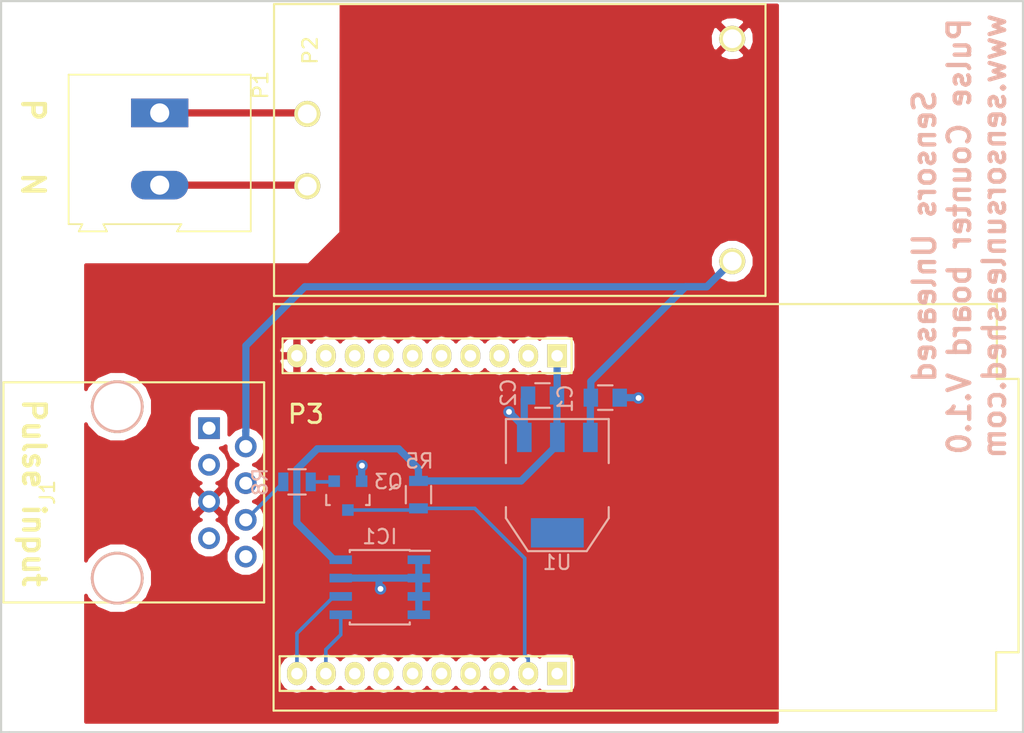
<source format=kicad_pcb>
(kicad_pcb (version 20170123) (host pcbnew no-vcs-found-7664~57~ubuntu16.10.1)

  (general
    (links 26)
    (no_connects 0)
    (area 97.464999 60.132079 168.395721 110.940921)
    (thickness 1.6)
    (drawings 9)
    (tracks 69)
    (zones 0)
    (modules 11)
    (nets 31)
  )

  (page A4)
  (layers
    (0 F.Cu signal)
    (31 B.Cu signal)
    (32 B.Adhes user hide)
    (33 F.Adhes user hide)
    (34 B.Paste user hide)
    (35 F.Paste user hide)
    (36 B.SilkS user)
    (37 F.SilkS user)
    (38 B.Mask user)
    (39 F.Mask user)
    (40 Dwgs.User user hide)
    (41 Cmts.User user hide)
    (42 Eco1.User user hide)
    (43 Eco2.User user hide)
    (44 Edge.Cuts user)
    (45 Margin user hide)
    (46 B.CrtYd user)
    (47 F.CrtYd user)
    (48 B.Fab user hide)
    (49 F.Fab user hide)
  )

  (setup
    (last_trace_width 0.25)
    (trace_clearance 0.2)
    (zone_clearance 0.508)
    (zone_45_only no)
    (trace_min 0.2)
    (segment_width 0.2)
    (edge_width 0.15)
    (via_size 0.8)
    (via_drill 0.4)
    (via_min_size 0.4)
    (via_min_drill 0.3)
    (blind_buried_vias_allowed yes)
    (uvia_size 0.3)
    (uvia_drill 0.1)
    (uvias_allowed no)
    (uvia_min_size 0.2)
    (uvia_min_drill 0.1)
    (pcb_text_width 0.3)
    (pcb_text_size 1.5 1.5)
    (mod_edge_width 0.15)
    (mod_text_size 1 1)
    (mod_text_width 0.15)
    (pad_size 1.524 1.524)
    (pad_drill 0.762)
    (pad_to_mask_clearance 0.2)
    (aux_axis_origin 0 0)
    (visible_elements FFFFFF7F)
    (pcbplotparams
      (layerselection 0x010f0_ffffffff)
      (usegerberextensions false)
      (excludeedgelayer true)
      (linewidth 0.100000)
      (plotframeref false)
      (viasonmask false)
      (mode 1)
      (useauxorigin false)
      (hpglpennumber 1)
      (hpglpenspeed 20)
      (hpglpendiameter 15)
      (psnegative false)
      (psa4output false)
      (plotreference true)
      (plotvalue true)
      (plotinvisibletext false)
      (padsonsilk false)
      (subtractmaskfromsilk false)
      (outputformat 1)
      (mirror false)
      (drillshape 0)
      (scaleselection 1)
      (outputdirectory output/gerber/))
  )

  (net 0 "")
  (net 1 GND)
  (net 2 VCC)
  (net 3 "Net-(J1-Pad8)")
  (net 4 "Net-(J1-Pad7)")
  (net 5 "Net-(J1-Pad6)")
  (net 6 "Net-(J1-Pad4)")
  (net 7 "Net-(J1-Pad3)")
  (net 8 "Net-(J1-Pad1)")
  (net 9 "Net-(P3-Pad13)")
  (net 10 "Net-(P3-Pad14)")
  (net 11 "Net-(P3-Pad15)")
  (net 12 "Net-(P3-Pad16)")
  (net 13 "Net-(P3-Pad17)")
  (net 14 Pulse)
  (net 15 "Net-(P3-Pad2)")
  (net 16 "Net-(P3-Pad3)")
  (net 17 "Net-(P3-Pad4)")
  (net 18 "Net-(P3-Pad5)")
  (net 19 "Net-(P3-Pad6)")
  (net 20 "Net-(P3-Pad7)")
  (net 21 "Net-(P3-Pad8)")
  (net 22 "Net-(P3-Pad9)")
  (net 23 "Net-(Q3-Pad1)")
  (net 24 I2C_SCL)
  (net 25 I2C_SDA)
  (net 26 /Nul)
  (net 27 /Phase)
  (net 28 +5C)
  (net 29 "Net-(P3-Pad18)")
  (net 30 "Net-(P3-Pad20)")

  (net_class Default "This is the default net class."
    (clearance 0.2)
    (trace_width 0.25)
    (via_dia 0.8)
    (via_drill 0.4)
    (uvia_dia 0.3)
    (uvia_drill 0.1)
    (add_net I2C_SCL)
    (add_net I2C_SDA)
    (add_net "Net-(J1-Pad1)")
    (add_net "Net-(J1-Pad3)")
    (add_net "Net-(J1-Pad4)")
    (add_net "Net-(J1-Pad6)")
    (add_net "Net-(J1-Pad7)")
    (add_net "Net-(J1-Pad8)")
    (add_net "Net-(P3-Pad13)")
    (add_net "Net-(P3-Pad14)")
    (add_net "Net-(P3-Pad15)")
    (add_net "Net-(P3-Pad16)")
    (add_net "Net-(P3-Pad17)")
    (add_net "Net-(P3-Pad18)")
    (add_net "Net-(P3-Pad2)")
    (add_net "Net-(P3-Pad20)")
    (add_net "Net-(P3-Pad3)")
    (add_net "Net-(P3-Pad4)")
    (add_net "Net-(P3-Pad5)")
    (add_net "Net-(P3-Pad6)")
    (add_net "Net-(P3-Pad7)")
    (add_net "Net-(P3-Pad8)")
    (add_net "Net-(P3-Pad9)")
    (add_net "Net-(Q3-Pad1)")
    (add_net Pulse)
  )

  (net_class 5V ""
    (clearance 0.2)
    (trace_width 0.5)
    (via_dia 0.8)
    (via_drill 0.4)
    (uvia_dia 0.3)
    (uvia_drill 0.1)
    (add_net +5C)
    (add_net /Nul)
    (add_net /Phase)
    (add_net GND)
    (add_net VCC)
  )

  (net_class relay ""
    (clearance 0.25)
    (trace_width 0.5)
    (via_dia 0.5)
    (via_drill 0.4)
    (uvia_dia 0.3)
    (uvia_drill 0.1)
  )

  (module Connect:AK300-2 locked (layer F.Cu) (tedit 587FD45E) (tstamp 58A783C1)
    (at 108.60024 67.99072 270)
    (descr CONNECTOR)
    (tags CONNECTOR)
    (path /583F7363)
    (fp_text reference P1 (at -1.92 -6.99 270) (layer F.SilkS)
      (effects (font (size 1 1) (thickness 0.15)))
    )
    (fp_text value Supply (at 2.78 7.75 270) (layer F.Fab)
      (effects (font (size 1 1) (thickness 0.15)))
    )
    (fp_arc (start -1.13 -4.65) (end -1.42 -4.13) (angle 104.2) (layer F.Fab) (width 0.1))
    (fp_arc (start -0.01 -3.71) (end -1.62 -5) (angle 100) (layer F.Fab) (width 0.1))
    (fp_arc (start 0.06 -6.07) (end 1.53 -4.12) (angle 75.5) (layer F.Fab) (width 0.1))
    (fp_arc (start 1.03 -4.59) (end 1.53 -5.05) (angle 90.5) (layer F.Fab) (width 0.1))
    (fp_arc (start 3.87 -4.65) (end 3.58 -4.13) (angle 104.2) (layer F.Fab) (width 0.1))
    (fp_arc (start 4.99 -3.71) (end 3.39 -5) (angle 100) (layer F.Fab) (width 0.1))
    (fp_arc (start 5.07 -6.07) (end 6.53 -4.12) (angle 75.5) (layer F.Fab) (width 0.1))
    (fp_arc (start 6.03 -4.59) (end 6.54 -5.05) (angle 90.5) (layer F.Fab) (width 0.1))
    (fp_line (start 3.36 -0.25) (end 6.67 -0.25) (layer F.Fab) (width 0.1))
    (fp_line (start 2.98 -0.25) (end 3.36 -0.25) (layer F.Fab) (width 0.1))
    (fp_line (start 7.05 -0.25) (end 6.67 -0.25) (layer F.Fab) (width 0.1))
    (fp_line (start 6.67 -0.64) (end 3.36 -0.64) (layer F.Fab) (width 0.1))
    (fp_line (start 7.61 -0.64) (end 6.67 -0.64) (layer F.Fab) (width 0.1))
    (fp_line (start 1.66 -0.64) (end 3.36 -0.64) (layer F.Fab) (width 0.1))
    (fp_line (start -1.64 -0.64) (end 1.66 -0.64) (layer F.Fab) (width 0.1))
    (fp_line (start -2.58 -0.64) (end -1.64 -0.64) (layer F.Fab) (width 0.1))
    (fp_line (start 1.66 -0.25) (end -1.64 -0.25) (layer F.Fab) (width 0.1))
    (fp_line (start 2.04 -0.25) (end 1.66 -0.25) (layer F.Fab) (width 0.1))
    (fp_line (start -2.02 -0.25) (end -1.64 -0.25) (layer F.Fab) (width 0.1))
    (fp_line (start -1.49 -4.32) (end 1.56 -4.95) (layer F.Fab) (width 0.1))
    (fp_line (start -1.62 -4.45) (end 1.44 -5.08) (layer F.Fab) (width 0.1))
    (fp_line (start 3.52 -4.32) (end 6.56 -4.95) (layer F.Fab) (width 0.1))
    (fp_line (start 3.39 -4.45) (end 6.44 -5.08) (layer F.Fab) (width 0.1))
    (fp_line (start 2.04 -5.97) (end -2.02 -5.97) (layer F.Fab) (width 0.1))
    (fp_line (start -2.02 -3.43) (end -2.02 -5.97) (layer F.Fab) (width 0.1))
    (fp_line (start 2.04 -3.43) (end -2.02 -3.43) (layer F.Fab) (width 0.1))
    (fp_line (start 2.04 -3.43) (end 2.04 -5.97) (layer F.Fab) (width 0.1))
    (fp_line (start 7.05 -3.43) (end 2.98 -3.43) (layer F.Fab) (width 0.1))
    (fp_line (start 7.05 -5.97) (end 7.05 -3.43) (layer F.Fab) (width 0.1))
    (fp_line (start 2.98 -5.97) (end 7.05 -5.97) (layer F.Fab) (width 0.1))
    (fp_line (start 2.98 -3.43) (end 2.98 -5.97) (layer F.Fab) (width 0.1))
    (fp_line (start 7.61 -3.17) (end 7.61 -1.65) (layer F.Fab) (width 0.1))
    (fp_line (start -2.58 -3.17) (end -2.58 -6.22) (layer F.Fab) (width 0.1))
    (fp_line (start -2.58 -3.17) (end 7.61 -3.17) (layer F.Fab) (width 0.1))
    (fp_line (start 7.61 -0.64) (end 7.61 4.06) (layer F.Fab) (width 0.1))
    (fp_line (start 7.61 -1.65) (end 7.61 -0.64) (layer F.Fab) (width 0.1))
    (fp_line (start -2.58 -0.64) (end -2.58 -3.17) (layer F.Fab) (width 0.1))
    (fp_line (start -2.58 6.22) (end -2.58 -0.64) (layer F.Fab) (width 0.1))
    (fp_line (start 6.67 0.51) (end 6.28 0.51) (layer F.Fab) (width 0.1))
    (fp_line (start 3.36 0.51) (end 3.74 0.51) (layer F.Fab) (width 0.1))
    (fp_line (start 1.66 0.51) (end 1.28 0.51) (layer F.Fab) (width 0.1))
    (fp_line (start -1.64 0.51) (end -1.26 0.51) (layer F.Fab) (width 0.1))
    (fp_line (start -1.64 3.68) (end -1.64 0.51) (layer F.Fab) (width 0.1))
    (fp_line (start 1.66 3.68) (end -1.64 3.68) (layer F.Fab) (width 0.1))
    (fp_line (start 1.66 3.68) (end 1.66 0.51) (layer F.Fab) (width 0.1))
    (fp_line (start 3.36 3.68) (end 3.36 0.51) (layer F.Fab) (width 0.1))
    (fp_line (start 6.67 3.68) (end 3.36 3.68) (layer F.Fab) (width 0.1))
    (fp_line (start 6.67 3.68) (end 6.67 0.51) (layer F.Fab) (width 0.1))
    (fp_line (start -2.02 4.32) (end -2.02 6.22) (layer F.Fab) (width 0.1))
    (fp_line (start 2.04 4.32) (end 2.04 -0.25) (layer F.Fab) (width 0.1))
    (fp_line (start 2.04 4.32) (end -2.02 4.32) (layer F.Fab) (width 0.1))
    (fp_line (start 7.05 4.32) (end 7.05 6.22) (layer F.Fab) (width 0.1))
    (fp_line (start 2.98 4.32) (end 2.98 -0.25) (layer F.Fab) (width 0.1))
    (fp_line (start 2.98 4.32) (end 7.05 4.32) (layer F.Fab) (width 0.1))
    (fp_line (start -2.02 6.22) (end 2.04 6.22) (layer F.Fab) (width 0.1))
    (fp_line (start -2.58 6.22) (end -2.02 6.22) (layer F.Fab) (width 0.1))
    (fp_line (start -2.02 -0.25) (end -2.02 4.32) (layer F.Fab) (width 0.1))
    (fp_line (start 2.04 6.22) (end 2.98 6.22) (layer F.Fab) (width 0.1))
    (fp_line (start 2.04 6.22) (end 2.04 4.32) (layer F.Fab) (width 0.1))
    (fp_line (start 7.05 6.22) (end 7.61 6.22) (layer F.Fab) (width 0.1))
    (fp_line (start 2.98 6.22) (end 7.05 6.22) (layer F.Fab) (width 0.1))
    (fp_line (start 7.05 -0.25) (end 7.05 4.32) (layer F.Fab) (width 0.1))
    (fp_line (start 2.98 6.22) (end 2.98 4.32) (layer F.Fab) (width 0.1))
    (fp_line (start 8.11 3.81) (end 8.11 5.46) (layer F.Fab) (width 0.1))
    (fp_line (start 7.61 4.06) (end 7.61 5.21) (layer F.Fab) (width 0.1))
    (fp_line (start 8.11 3.81) (end 7.61 4.06) (layer F.Fab) (width 0.1))
    (fp_line (start 7.61 5.21) (end 7.61 6.22) (layer F.Fab) (width 0.1))
    (fp_line (start 8.11 5.46) (end 7.61 5.21) (layer F.Fab) (width 0.1))
    (fp_line (start 8.11 -1.4) (end 7.61 -1.65) (layer F.Fab) (width 0.1))
    (fp_line (start 8.11 -6.22) (end 8.11 -1.4) (layer F.Fab) (width 0.1))
    (fp_line (start 7.61 -6.22) (end 8.11 -6.22) (layer F.Fab) (width 0.1))
    (fp_line (start 7.61 -6.22) (end -2.58 -6.22) (layer F.Fab) (width 0.1))
    (fp_line (start 7.61 -6.22) (end 7.61 -3.17) (layer F.Fab) (width 0.1))
    (fp_line (start 3.74 2.54) (end 3.74 -0.25) (layer F.Fab) (width 0.1))
    (fp_line (start 3.74 -0.25) (end 6.28 -0.25) (layer F.Fab) (width 0.1))
    (fp_line (start 6.28 2.54) (end 6.28 -0.25) (layer F.Fab) (width 0.1))
    (fp_line (start 3.74 2.54) (end 6.28 2.54) (layer F.Fab) (width 0.1))
    (fp_line (start -1.26 2.54) (end -1.26 -0.25) (layer F.Fab) (width 0.1))
    (fp_line (start -1.26 -0.25) (end 1.28 -0.25) (layer F.Fab) (width 0.1))
    (fp_line (start 1.28 2.54) (end 1.28 -0.25) (layer F.Fab) (width 0.1))
    (fp_line (start -1.26 2.54) (end 1.28 2.54) (layer F.Fab) (width 0.1))
    (fp_line (start -2.83 -6.47) (end -2.83 6.47) (layer F.CrtYd) (width 0.05))
    (fp_line (start -2.83 6.47) (end 8.36 6.47) (layer F.CrtYd) (width 0.05))
    (fp_line (start 8.36 6.47) (end 8.36 -6.47) (layer F.CrtYd) (width 0.05))
    (fp_line (start 8.36 -6.47) (end -2.83 -6.47) (layer F.CrtYd) (width 0.05))
    (fp_line (start 8.2 -6.3) (end -2.65 -6.3) (layer F.SilkS) (width 0.12))
    (fp_line (start 8.2 -1.2) (end 8.2 -6.3) (layer F.SilkS) (width 0.12))
    (fp_line (start 7.7 -1.5) (end 8.2 -1.2) (layer F.SilkS) (width 0.12))
    (fp_line (start 7.7 3.9) (end 7.7 -1.5) (layer F.SilkS) (width 0.12))
    (fp_line (start 8.2 3.65) (end 7.7 3.9) (layer F.SilkS) (width 0.12))
    (fp_line (start 8.2 3.7) (end 8.2 3.65) (layer F.SilkS) (width 0.12))
    (fp_line (start 8.2 5.6) (end 8.2 3.7) (layer F.SilkS) (width 0.12))
    (fp_line (start 7.7 5.35) (end 8.2 5.6) (layer F.SilkS) (width 0.12))
    (fp_line (start 7.7 6.3) (end 7.7 5.35) (layer F.SilkS) (width 0.12))
    (fp_line (start -2.65 6.3) (end 7.7 6.3) (layer F.SilkS) (width 0.12))
    (fp_line (start -2.65 -6.3) (end -2.65 6.3) (layer F.SilkS) (width 0.12))
    (pad 2 thru_hole oval (at 5 0 270) (size 1.98 3.96) (drill 1.32) (layers *.Cu F.Paste F.Mask)
      (net 26 /Nul))
    (pad 1 thru_hole rect (at 0 0 270) (size 1.98 3.96) (drill 1.32) (layers *.Cu F.Paste F.Mask)
      (net 27 /Phase))
  )

  (module SensorsUnleashed:HLK-PM01 locked (layer F.Cu) (tedit 56E2D500) (tstamp 583F32EE)
    (at 133.0198 70.61708)
    (path /58A72CAF)
    (fp_text reference P2 (at -14.01 -6.95 90) (layer F.SilkS)
      (effects (font (size 1 1) (thickness 0.15)))
    )
    (fp_text value HLK-PM01 (at -1.27 -2) (layer F.Fab)
      (effects (font (size 1 1) (thickness 0.15)))
    )
    (fp_line (start -16.51 -10.16) (end -16.51 10.04) (layer F.SilkS) (width 0.15))
    (fp_line (start 17.49 10.04) (end -16.51 10.04) (layer F.SilkS) (width 0.15))
    (fp_line (start 17.49 -10.16) (end 17.49 10.04) (layer F.SilkS) (width 0.15))
    (fp_line (start -16.51 -10.16) (end 17.49 -10.16) (layer F.SilkS) (width 0.15))
    (pad 1 thru_hole circle (at -14.21 -2.56) (size 1.8 1.8) (drill 1.3) (layers *.Cu *.Mask F.SilkS)
      (net 27 /Phase))
    (pad 2 thru_hole circle (at -14.21 2.44) (size 1.8 1.8) (drill 1.3) (layers *.Cu *.Mask F.SilkS)
      (net 26 /Nul))
    (pad 3 thru_hole circle (at 15.19 -7.76) (size 1.8 1.8) (drill 1.3) (layers *.Cu *.Mask F.SilkS)
      (net 1 GND))
    (pad 4 thru_hole circle (at 15.19 7.64) (size 1.8 1.8) (drill 1.3) (layers *.Cu *.Mask F.SilkS)
      (net 28 +5C))
  )

  (module TO_SOT_Packages_SMD:SOT-23 (layer B.Cu) (tedit 553634F8) (tstamp 583F33AE)
    (at 121.62028 94.48546)
    (descr "SOT-23, Standard")
    (tags SOT-23)
    (path /586015B7)
    (attr smd)
    (fp_text reference Q3 (at 2.806 -0.968) (layer B.SilkS)
      (effects (font (size 1 1) (thickness 0.15)) (justify mirror))
    )
    (fp_text value BC849 (at 0 -2.3) (layer B.Fab)
      (effects (font (size 1 1) (thickness 0.15)) (justify mirror))
    )
    (fp_line (start -1.65 1.6) (end 1.65 1.6) (layer B.CrtYd) (width 0.05))
    (fp_line (start 1.65 1.6) (end 1.65 -1.6) (layer B.CrtYd) (width 0.05))
    (fp_line (start 1.65 -1.6) (end -1.65 -1.6) (layer B.CrtYd) (width 0.05))
    (fp_line (start -1.65 -1.6) (end -1.65 1.6) (layer B.CrtYd) (width 0.05))
    (fp_line (start 1.29916 0.65024) (end 1.2509 0.65024) (layer B.SilkS) (width 0.15))
    (fp_line (start -1.49982 -0.0508) (end -1.49982 0.65024) (layer B.SilkS) (width 0.15))
    (fp_line (start -1.49982 0.65024) (end -1.2509 0.65024) (layer B.SilkS) (width 0.15))
    (fp_line (start 1.29916 0.65024) (end 1.49982 0.65024) (layer B.SilkS) (width 0.15))
    (fp_line (start 1.49982 0.65024) (end 1.49982 -0.0508) (layer B.SilkS) (width 0.15))
    (pad 1 smd rect (at -0.95 -1.00076) (size 0.8001 0.8001) (layers B.Cu B.Paste B.Mask)
      (net 23 "Net-(Q3-Pad1)"))
    (pad 2 smd rect (at 0.95 -1.00076) (size 0.8001 0.8001) (layers B.Cu B.Paste B.Mask)
      (net 1 GND))
    (pad 3 smd rect (at 0 0.99822) (size 0.8001 0.8001) (layers B.Cu B.Paste B.Mask)
      (net 14 Pulse))
    (model TO_SOT_Packages_SMD.3dshapes/SOT-23.wrl
      (at (xyz 0 0 0))
      (scale (xyz 1 1 1))
      (rotate (xyz 0 0 0))
    )
  )

  (module Resistors_SMD:R_0805 (layer B.Cu) (tedit 58307B54) (tstamp 583F342E)
    (at 118.09984 93.53296)
    (descr "Resistor SMD 0805, reflow soldering, Vishay (see dcrcw.pdf)")
    (tags "resistor 0805")
    (path /583CD3E0)
    (attr smd)
    (fp_text reference R8 (at -2.548 0 -270) (layer B.SilkS)
      (effects (font (size 1 1) (thickness 0.15)) (justify mirror))
    )
    (fp_text value 10k (at 0 -2.1) (layer B.Fab)
      (effects (font (size 1 1) (thickness 0.15)) (justify mirror))
    )
    (fp_line (start -1 -0.625) (end -1 0.625) (layer B.Fab) (width 0.1))
    (fp_line (start 1 -0.625) (end -1 -0.625) (layer B.Fab) (width 0.1))
    (fp_line (start 1 0.625) (end 1 -0.625) (layer B.Fab) (width 0.1))
    (fp_line (start -1 0.625) (end 1 0.625) (layer B.Fab) (width 0.1))
    (fp_line (start -1.6 1) (end 1.6 1) (layer B.CrtYd) (width 0.05))
    (fp_line (start -1.6 -1) (end 1.6 -1) (layer B.CrtYd) (width 0.05))
    (fp_line (start -1.6 1) (end -1.6 -1) (layer B.CrtYd) (width 0.05))
    (fp_line (start 1.6 1) (end 1.6 -1) (layer B.CrtYd) (width 0.05))
    (fp_line (start 0.6 -0.875) (end -0.6 -0.875) (layer B.SilkS) (width 0.15))
    (fp_line (start -0.6 0.875) (end 0.6 0.875) (layer B.SilkS) (width 0.15))
    (pad 1 smd rect (at -0.95 0) (size 0.7 1.3) (layers B.Cu B.Paste B.Mask)
      (net 5 "Net-(J1-Pad6)"))
    (pad 2 smd rect (at 0.95 0) (size 0.7 1.3) (layers B.Cu B.Paste B.Mask)
      (net 23 "Net-(Q3-Pad1)"))
    (model Resistors_SMD.3dshapes/R_0805.wrl
      (at (xyz 0 0 0))
      (scale (xyz 1 1 1))
      (rotate (xyz 0 0 0))
    )
  )

  (module Resistors_SMD:R_0805 (layer B.Cu) (tedit 58307B54) (tstamp 583F33FE)
    (at 126.50216 94.41684 270)
    (descr "Resistor SMD 0805, reflow soldering, Vishay (see dcrcw.pdf)")
    (tags "resistor 0805")
    (path /583CC7BE)
    (attr smd)
    (fp_text reference R5 (at -2.326 -0.068) (layer B.SilkS)
      (effects (font (size 1 1) (thickness 0.15)) (justify mirror))
    )
    (fp_text value 10k (at 0 -2.1 270) (layer B.Fab)
      (effects (font (size 1 1) (thickness 0.15)) (justify mirror))
    )
    (fp_line (start -0.6 0.875) (end 0.6 0.875) (layer B.SilkS) (width 0.15))
    (fp_line (start 0.6 -0.875) (end -0.6 -0.875) (layer B.SilkS) (width 0.15))
    (fp_line (start 1.6 1) (end 1.6 -1) (layer B.CrtYd) (width 0.05))
    (fp_line (start -1.6 1) (end -1.6 -1) (layer B.CrtYd) (width 0.05))
    (fp_line (start -1.6 -1) (end 1.6 -1) (layer B.CrtYd) (width 0.05))
    (fp_line (start -1.6 1) (end 1.6 1) (layer B.CrtYd) (width 0.05))
    (fp_line (start -1 0.625) (end 1 0.625) (layer B.Fab) (width 0.1))
    (fp_line (start 1 0.625) (end 1 -0.625) (layer B.Fab) (width 0.1))
    (fp_line (start 1 -0.625) (end -1 -0.625) (layer B.Fab) (width 0.1))
    (fp_line (start -1 -0.625) (end -1 0.625) (layer B.Fab) (width 0.1))
    (pad 2 smd rect (at 0.95 0 270) (size 0.7 1.3) (layers B.Cu B.Paste B.Mask)
      (net 14 Pulse))
    (pad 1 smd rect (at -0.95 0 270) (size 0.7 1.3) (layers B.Cu B.Paste B.Mask)
      (net 2 VCC))
    (model Resistors_SMD.3dshapes/R_0805.wrl
      (at (xyz 0 0 0))
      (scale (xyz 1 1 1))
      (rotate (xyz 0 0 0))
    )
  )

  (module Housings_SOIC:SOIC-8_3.9x4.9mm_Pitch1.27mm (layer B.Cu) (tedit 54130A77) (tstamp 58432326)
    (at 123.825 100.82784 180)
    (descr "8-Lead Plastic Small Outline (SN) - Narrow, 3.90 mm Body [SOIC] (see Microchip Packaging Specification 00000049BS.pdf)")
    (tags "SOIC 1.27")
    (path /58431AC1)
    (attr smd)
    (fp_text reference IC1 (at 0 3.5 180) (layer B.SilkS)
      (effects (font (size 1 1) (thickness 0.15)) (justify mirror))
    )
    (fp_text value AT24C256C-SSHL-T (at 0 -3.5 180) (layer B.Fab)
      (effects (font (size 1 1) (thickness 0.15)) (justify mirror))
    )
    (fp_line (start -2.075 2.525) (end -3.475 2.525) (layer B.SilkS) (width 0.15))
    (fp_line (start -2.075 -2.575) (end 2.075 -2.575) (layer B.SilkS) (width 0.15))
    (fp_line (start -2.075 2.575) (end 2.075 2.575) (layer B.SilkS) (width 0.15))
    (fp_line (start -2.075 -2.575) (end -2.075 -2.43) (layer B.SilkS) (width 0.15))
    (fp_line (start 2.075 -2.575) (end 2.075 -2.43) (layer B.SilkS) (width 0.15))
    (fp_line (start 2.075 2.575) (end 2.075 2.43) (layer B.SilkS) (width 0.15))
    (fp_line (start -2.075 2.575) (end -2.075 2.525) (layer B.SilkS) (width 0.15))
    (fp_line (start -3.75 -2.75) (end 3.75 -2.75) (layer B.CrtYd) (width 0.05))
    (fp_line (start -3.75 2.75) (end 3.75 2.75) (layer B.CrtYd) (width 0.05))
    (fp_line (start 3.75 2.75) (end 3.75 -2.75) (layer B.CrtYd) (width 0.05))
    (fp_line (start -3.75 2.75) (end -3.75 -2.75) (layer B.CrtYd) (width 0.05))
    (fp_line (start -1.95 1.45) (end -0.95 2.45) (layer B.Fab) (width 0.15))
    (fp_line (start -1.95 -2.45) (end -1.95 1.45) (layer B.Fab) (width 0.15))
    (fp_line (start 1.95 -2.45) (end -1.95 -2.45) (layer B.Fab) (width 0.15))
    (fp_line (start 1.95 2.45) (end 1.95 -2.45) (layer B.Fab) (width 0.15))
    (fp_line (start -0.95 2.45) (end 1.95 2.45) (layer B.Fab) (width 0.15))
    (pad 8 smd rect (at 2.7 1.905 180) (size 1.55 0.6) (layers B.Cu B.Paste B.Mask)
      (net 2 VCC))
    (pad 7 smd rect (at 2.7 0.635 180) (size 1.55 0.6) (layers B.Cu B.Paste B.Mask)
      (net 1 GND))
    (pad 6 smd rect (at 2.7 -0.635 180) (size 1.55 0.6) (layers B.Cu B.Paste B.Mask)
      (net 24 I2C_SCL))
    (pad 5 smd rect (at 2.7 -1.905 180) (size 1.55 0.6) (layers B.Cu B.Paste B.Mask)
      (net 25 I2C_SDA))
    (pad 4 smd rect (at -2.7 -1.905 180) (size 1.55 0.6) (layers B.Cu B.Paste B.Mask)
      (net 1 GND))
    (pad 3 smd rect (at -2.7 -0.635 180) (size 1.55 0.6) (layers B.Cu B.Paste B.Mask)
      (net 1 GND))
    (pad 2 smd rect (at -2.7 0.635 180) (size 1.55 0.6) (layers B.Cu B.Paste B.Mask)
      (net 1 GND))
    (pad 1 smd rect (at -2.7 1.905 180) (size 1.55 0.6) (layers B.Cu B.Paste B.Mask)
      (net 1 GND))
    (model Housings_SOIC.3dshapes/SOIC-8_3.9x4.9mm_Pitch1.27mm.wrl
      (at (xyz 0 0 0))
      (scale (xyz 1 1 1))
      (rotate (xyz 0 0 0))
    )
  )

  (module SensorsUnleashed:zb3219PA_radio locked (layer F.Cu) (tedit 58408A6F) (tstamp 58416571)
    (at 127.29972 95.80372 270)
    (descr "Through hole pin header")
    (tags "pin header")
    (path /583BF138)
    (fp_text reference P3 (at -6.96 8.585) (layer F.SilkS)
      (effects (font (size 1.27 1.27) (thickness 0.2032)))
    )
    (fp_text value "Sensors Unleashed Radio" (at 0 0 270) (layer F.SilkS) hide
      (effects (font (size 1.27 1.27) (thickness 0.2032)))
    )
    (fp_line (start -10.881338 9.192254) (end -11.120098 9.192254) (layer Dwgs.User) (width 0.1))
    (fp_line (start -10.881338 7.190736) (end -11.120098 7.190736) (layer Dwgs.User) (width 0.1))
    (fp_line (start -10.881338 5.191759) (end -11.120098 5.191759) (layer Dwgs.User) (width 0.1))
    (fp_line (start -10.881338 3.190241) (end -11.120098 3.190241) (layer Dwgs.User) (width 0.1))
    (fp_line (start -10.881338 1.191263) (end -11.120098 1.191263) (layer Dwgs.User) (width 0.1))
    (fp_line (start -10.881338 -0.807715) (end -11.120098 -0.807715) (layer Dwgs.User) (width 0.1))
    (fp_line (start -10.881338 -2.809233) (end -11.120098 -2.809233) (layer Dwgs.User) (width 0.1))
    (fp_line (start -10.881338 -4.80821) (end -11.120098 -4.80821) (layer Dwgs.User) (width 0.1))
    (fp_line (start -10.881338 -6.809728) (end -11.120098 -6.809728) (layer Dwgs.User) (width 0.1))
    (fp_line (start 11.120118 -6.809728) (end 10.878818 -6.809728) (layer Dwgs.User) (width 0.1))
    (fp_line (start 11.120118 -4.80821) (end 10.878818 -4.80821) (layer Dwgs.User) (width 0.1))
    (fp_line (start 11.120118 -2.809233) (end 10.878818 -2.809233) (layer Dwgs.User) (width 0.1))
    (fp_line (start 11.120118 -0.807715) (end 10.878818 -0.807715) (layer Dwgs.User) (width 0.1))
    (fp_line (start 11.120118 1.191263) (end 10.878818 1.191263) (layer Dwgs.User) (width 0.1))
    (fp_line (start 11.120118 3.190241) (end 10.878818 3.190241) (layer Dwgs.User) (width 0.1))
    (fp_line (start 11.120118 5.191759) (end 10.878818 5.191759) (layer Dwgs.User) (width 0.1))
    (fp_line (start 11.120118 7.190736) (end 10.878818 7.190736) (layer Dwgs.User) (width 0.1))
    (fp_line (start 11.120118 9.192254) (end 10.878818 9.192254) (layer Dwgs.User) (width 0.1))
    (fp_line (start -12.2 10.2) (end -12.2 -9.8) (layer F.SilkS) (width 0.15))
    (fp_line (start -9.8 -9.8) (end -9.8 10.2) (layer F.SilkS) (width 0.15))
    (fp_line (start 12.2 10.4) (end 12.2 -9.8) (layer F.SilkS) (width 0.15))
    (fp_line (start 9.8 -9.8) (end 9.8 10.4) (layer F.SilkS) (width 0.15))
    (fp_line (start -9.8 10.2) (end -12 10.2) (layer F.SilkS) (width 0.15))
    (fp_line (start -12 10.2) (end -12.2 10.2) (layer F.SilkS) (width 0.15))
    (fp_line (start -12.2 -9.8) (end -9.8 -9.8) (layer F.SilkS) (width 0.15))
    (fp_line (start 9.8 -9.8) (end 12.2 -9.8) (layer F.SilkS) (width 0.15))
    (fp_line (start 12.2 10.4) (end 9.8 10.4) (layer F.SilkS) (width 0.15))
    (fp_line (start -14.605 10.795) (end 13.5636 10.8204) (layer F.SilkS) (width 0.15))
    (fp_line (start 13.5636 10.8204) (end 13.5636 -39.1668) (layer F.SilkS) (width 0.15))
    (fp_line (start 13.5636 -39.1668) (end 9.525 -39.1668) (layer F.SilkS) (width 0.15))
    (fp_line (start 9.525 -39.1668) (end 9.525 -40.7162) (layer F.SilkS) (width 0.15))
    (fp_line (start 9.525 -40.7162) (end -9.398 -40.7162) (layer F.SilkS) (width 0.15))
    (fp_line (start -9.398 -40.7162) (end -9.398 -39.2176) (layer F.SilkS) (width 0.15))
    (fp_line (start -9.398 -39.2176) (end -14.5796 -39.2176) (layer F.SilkS) (width 0.15))
    (fp_line (start -14.5796 -39.2176) (end -14.5796 10.7188) (layer F.SilkS) (width 0.15))
    (fp_line (start -14.5796 10.7188) (end -14.5288 10.7696) (layer F.SilkS) (width 0.15))
    (pad 11 thru_hole oval (at 11 9.205 180) (size 1.36 1.6) (drill 0.8) (layers *.Cu *.Mask F.SilkS)
      (net 24 I2C_SCL))
    (pad 12 thru_hole oval (at 11 7.205 180) (size 1.36 1.6) (drill 0.8) (layers *.Cu *.Mask F.SilkS)
      (net 25 I2C_SDA))
    (pad 13 thru_hole oval (at 11 5.205 180) (size 1.36 1.6) (drill 0.8) (layers *.Cu *.Mask F.SilkS)
      (net 9 "Net-(P3-Pad13)"))
    (pad 14 thru_hole oval (at 11 3.205 180) (size 1.36 1.6) (drill 0.8) (layers *.Cu *.Mask F.SilkS)
      (net 10 "Net-(P3-Pad14)"))
    (pad 15 thru_hole oval (at 11 1.205 180) (size 1.36 1.6) (drill 0.8) (layers *.Cu *.Mask F.SilkS)
      (net 11 "Net-(P3-Pad15)"))
    (pad 16 thru_hole oval (at 11 -0.795 180) (size 1.36 1.6) (drill 0.8) (layers *.Cu *.Mask F.SilkS)
      (net 12 "Net-(P3-Pad16)"))
    (pad 17 thru_hole oval (at 11 -2.795 180) (size 1.36 1.6) (drill 0.8) (layers *.Cu *.Mask F.SilkS)
      (net 13 "Net-(P3-Pad17)"))
    (pad 18 thru_hole oval (at 11 -4.795 180) (size 1.36 1.6) (drill 0.8) (layers *.Cu *.Mask F.SilkS)
      (net 29 "Net-(P3-Pad18)"))
    (pad 19 thru_hole oval (at 11 -6.795 180) (size 1.36 1.6) (drill 0.8) (layers *.Cu *.Mask F.SilkS)
      (net 14 Pulse))
    (pad 20 thru_hole rect (at 11 -8.795 180) (size 1.36 1.6) (drill 0.8) (layers *.Cu *.Mask F.SilkS)
      (net 30 "Net-(P3-Pad20)"))
    (pad 1 thru_hole rect (at -11 -8.795 180) (size 1.36 1.6) (drill 0.8) (layers *.Cu *.Mask F.SilkS)
      (net 2 VCC))
    (pad 2 thru_hole oval (at -11 -6.795 180) (size 1.36 1.6) (drill 0.8) (layers *.Cu *.Mask F.SilkS)
      (net 15 "Net-(P3-Pad2)"))
    (pad 3 thru_hole oval (at -11 -4.795 180) (size 1.36 1.6) (drill 0.8) (layers *.Cu *.Mask F.SilkS)
      (net 16 "Net-(P3-Pad3)"))
    (pad 4 thru_hole oval (at -11 -2.795 180) (size 1.36 1.6) (drill 0.8) (layers *.Cu *.Mask F.SilkS)
      (net 17 "Net-(P3-Pad4)"))
    (pad 5 thru_hole oval (at -11 -0.795 180) (size 1.36 1.6) (drill 0.8) (layers *.Cu *.Mask F.SilkS)
      (net 18 "Net-(P3-Pad5)"))
    (pad 6 thru_hole oval (at -11 1.205 180) (size 1.36 1.6) (drill 0.8) (layers *.Cu *.Mask F.SilkS)
      (net 19 "Net-(P3-Pad6)"))
    (pad 7 thru_hole oval (at -11 3.205 180) (size 1.36 1.6) (drill 0.8) (layers *.Cu *.Mask F.SilkS)
      (net 20 "Net-(P3-Pad7)"))
    (pad 8 thru_hole oval (at -11 5.205 180) (size 1.36 1.6) (drill 0.8) (layers *.Cu *.Mask F.SilkS)
      (net 21 "Net-(P3-Pad8)"))
    (pad 9 thru_hole oval (at -11 7.205 180) (size 1.36 1.6) (drill 0.8) (layers *.Cu *.Mask F.SilkS)
      (net 22 "Net-(P3-Pad9)"))
    (pad 10 thru_hole oval (at -11 9.205 180) (size 1.36 1.6) (drill 0.8) (layers *.Cu *.Mask F.SilkS)
      (net 1 GND))
    (model Pin_Headers/Pin_Header_Straight_1x10.wrl
      (at (xyz 0 0 0))
      (scale (xyz 1 1 1))
      (rotate (xyz 0 0 0))
    )
  )

  (module Capacitors_SMD:C_0805 (layer B.Cu) (tedit 5415D6EA) (tstamp 583F321D)
    (at 139.42568 87.70112)
    (descr "Capacitor SMD 0805, reflow soldering, AVX (see smccp.pdf)")
    (tags "capacitor 0805")
    (path /583F5618)
    (attr smd)
    (fp_text reference C1 (at -2.768 0.068 -270) (layer B.SilkS)
      (effects (font (size 1 1) (thickness 0.15)) (justify mirror))
    )
    (fp_text value 100nF (at 0 -2.1) (layer B.Fab)
      (effects (font (size 1 1) (thickness 0.15)) (justify mirror))
    )
    (fp_line (start -1 -0.625) (end -1 0.625) (layer B.Fab) (width 0.15))
    (fp_line (start 1 -0.625) (end -1 -0.625) (layer B.Fab) (width 0.15))
    (fp_line (start 1 0.625) (end 1 -0.625) (layer B.Fab) (width 0.15))
    (fp_line (start -1 0.625) (end 1 0.625) (layer B.Fab) (width 0.15))
    (fp_line (start -1.8 1) (end 1.8 1) (layer B.CrtYd) (width 0.05))
    (fp_line (start -1.8 -1) (end 1.8 -1) (layer B.CrtYd) (width 0.05))
    (fp_line (start -1.8 1) (end -1.8 -1) (layer B.CrtYd) (width 0.05))
    (fp_line (start 1.8 1) (end 1.8 -1) (layer B.CrtYd) (width 0.05))
    (fp_line (start 0.5 0.85) (end -0.5 0.85) (layer B.SilkS) (width 0.15))
    (fp_line (start -0.5 -0.85) (end 0.5 -0.85) (layer B.SilkS) (width 0.15))
    (pad 1 smd rect (at -1 0) (size 1 1.25) (layers B.Cu B.Paste B.Mask)
      (net 28 +5C))
    (pad 2 smd rect (at 1 0) (size 1 1.25) (layers B.Cu B.Paste B.Mask)
      (net 1 GND))
    (model Capacitors_SMD.3dshapes/C_0805.wrl
      (at (xyz 0 0 0))
      (scale (xyz 1 1 1))
      (rotate (xyz 0 0 0))
    )
  )

  (module Capacitors_SMD:C_0805 (layer B.Cu) (tedit 5415D6EA) (tstamp 583F322D)
    (at 135.08228 87.5538 180)
    (descr "Capacitor SMD 0805, reflow soldering, AVX (see smccp.pdf)")
    (tags "capacitor 0805")
    (path /583B593D)
    (attr smd)
    (fp_text reference C2 (at 2.36 0.192 270) (layer B.SilkS)
      (effects (font (size 1 1) (thickness 0.15)) (justify mirror))
    )
    (fp_text value 22uF (at 0 -2.1 180) (layer B.Fab)
      (effects (font (size 1 1) (thickness 0.15)) (justify mirror))
    )
    (fp_line (start -0.5 -0.85) (end 0.5 -0.85) (layer B.SilkS) (width 0.15))
    (fp_line (start 0.5 0.85) (end -0.5 0.85) (layer B.SilkS) (width 0.15))
    (fp_line (start 1.8 1) (end 1.8 -1) (layer B.CrtYd) (width 0.05))
    (fp_line (start -1.8 1) (end -1.8 -1) (layer B.CrtYd) (width 0.05))
    (fp_line (start -1.8 -1) (end 1.8 -1) (layer B.CrtYd) (width 0.05))
    (fp_line (start -1.8 1) (end 1.8 1) (layer B.CrtYd) (width 0.05))
    (fp_line (start -1 0.625) (end 1 0.625) (layer B.Fab) (width 0.15))
    (fp_line (start 1 0.625) (end 1 -0.625) (layer B.Fab) (width 0.15))
    (fp_line (start 1 -0.625) (end -1 -0.625) (layer B.Fab) (width 0.15))
    (fp_line (start -1 -0.625) (end -1 0.625) (layer B.Fab) (width 0.15))
    (pad 2 smd rect (at 1 0 180) (size 1 1.25) (layers B.Cu B.Paste B.Mask)
      (net 1 GND))
    (pad 1 smd rect (at -1 0 180) (size 1 1.25) (layers B.Cu B.Paste B.Mask)
      (net 2 VCC))
    (model Capacitors_SMD.3dshapes/C_0805.wrl
      (at (xyz 0 0 0))
      (scale (xyz 1 1 1))
      (rotate (xyz 0 0 0))
    )
  )

  (module Connect:RJ45_8 locked (layer F.Cu) (tedit 0) (tstamp 583F3265)
    (at 105.664 94.2594 270)
    (tags RJ45)
    (path /583C62AC)
    (fp_text reference J1 (at 0 4.826 270) (layer F.SilkS)
      (effects (font (size 1 1) (thickness 0.15)))
    )
    (fp_text value RJ45 (at -0.575 -0.1016 270) (layer F.Fab)
      (effects (font (size 1 1) (thickness 0.15)))
    )
    (fp_line (start -7.62 -10.16) (end -7.62 7.874) (layer F.SilkS) (width 0.15))
    (fp_line (start 7.62 -10.16) (end -7.62 -10.16) (layer F.SilkS) (width 0.15))
    (fp_line (start 7.62 7.874) (end 7.62 -10.16) (layer F.SilkS) (width 0.15))
    (fp_line (start -7.62 7.874) (end 7.62 7.874) (layer F.SilkS) (width 0.15))
    (pad 8 thru_hole circle (at 4.445 -8.89 270) (size 1.50114 1.50114) (drill 0.89916) (layers *.Cu *.Mask)
      (net 3 "Net-(J1-Pad8)"))
    (pad 7 thru_hole circle (at 3.175 -6.35 270) (size 1.50114 1.50114) (drill 0.89916) (layers *.Cu *.Mask)
      (net 4 "Net-(J1-Pad7)"))
    (pad 6 thru_hole circle (at 1.905 -8.89 270) (size 1.50114 1.50114) (drill 0.89916) (layers *.Cu *.Mask)
      (net 5 "Net-(J1-Pad6)"))
    (pad 5 thru_hole circle (at 0.635 -6.35 270) (size 1.50114 1.50114) (drill 0.89916) (layers *.Cu *.Mask)
      (net 1 GND))
    (pad 4 thru_hole circle (at -0.635 -8.89 270) (size 1.50114 1.50114) (drill 0.89916) (layers *.Cu *.Mask)
      (net 6 "Net-(J1-Pad4)"))
    (pad 3 thru_hole circle (at -1.905 -6.35 270) (size 1.50114 1.50114) (drill 0.89916) (layers *.Cu *.Mask)
      (net 7 "Net-(J1-Pad3)"))
    (pad 2 thru_hole circle (at -3.175 -8.89 270) (size 1.50114 1.50114) (drill 0.89916) (layers *.Cu *.Mask)
      (net 28 +5C))
    (pad 1 thru_hole rect (at -4.445 -6.35 270) (size 1.50114 1.50114) (drill 0.89916) (layers *.Cu *.Mask)
      (net 8 "Net-(J1-Pad1)"))
    (pad Hole np_thru_hole circle (at -5.9309 0 270) (size 3.64998 3.64998) (drill 3.2512) (layers *.Cu *.SilkS *.Mask))
    (pad Hole np_thru_hole circle (at 5.93852 0 270) (size 3.64998 3.64998) (drill 3.2512) (layers *.Cu *.SilkS *.Mask))
    (model Connect.3dshapes/RJ45_8.wrl
      (at (xyz 0 0 0))
      (scale (xyz 0.4 0.4 0.4))
      (rotate (xyz 0 0 0))
    )
  )

  (module TO_SOT_Packages_SMD:SOT-223 (layer B.Cu) (tedit 0) (tstamp 583F344E)
    (at 136.10844 93.75648)
    (descr "module CMS SOT223 4 pins")
    (tags "CMS SOT")
    (path /583D378A)
    (attr smd)
    (fp_text reference U1 (at -0.012 5.356) (layer B.SilkS)
      (effects (font (size 1 1) (thickness 0.15)) (justify mirror))
    )
    (fp_text value AMS1117 (at 0 -0.762) (layer B.Fab)
      (effects (font (size 1 1) (thickness 0.15)) (justify mirror))
    )
    (fp_line (start 3.556 2.286) (end 3.556 1.524) (layer B.SilkS) (width 0.15))
    (fp_line (start 2.032 4.572) (end 3.556 2.286) (layer B.SilkS) (width 0.15))
    (fp_line (start -2.032 4.572) (end 2.032 4.572) (layer B.SilkS) (width 0.15))
    (fp_line (start -3.556 2.286) (end -2.032 4.572) (layer B.SilkS) (width 0.15))
    (fp_line (start -3.556 1.524) (end -3.556 2.286) (layer B.SilkS) (width 0.15))
    (fp_line (start 3.556 -4.572) (end 3.556 -1.524) (layer B.SilkS) (width 0.15))
    (fp_line (start -3.556 -4.572) (end 3.556 -4.572) (layer B.SilkS) (width 0.15))
    (fp_line (start -3.556 -1.524) (end -3.556 -4.572) (layer B.SilkS) (width 0.15))
    (pad 1 smd rect (at -2.286 -3.302) (size 1.016 2.032) (layers B.Cu B.Paste B.Mask)
      (net 1 GND))
    (pad 3 smd rect (at 2.286 -3.302) (size 1.016 2.032) (layers B.Cu B.Paste B.Mask)
      (net 28 +5C))
    (pad 2 smd rect (at 0 -3.302) (size 1.016 2.032) (layers B.Cu B.Paste B.Mask)
      (net 2 VCC))
    (pad 4 smd rect (at 0 3.302) (size 3.6576 2.032) (layers B.Cu B.Paste B.Mask))
    (model TO_SOT_Packages_SMD.3dshapes/SOT-223.wrl
      (at (xyz 0 0 0))
      (scale (xyz 0.4 0.4 0.4))
      (rotate (xyz 0 0 0))
    )
  )

  (gr_text "Sensors Unleased\nPulse Counter board V.1.0\nwww.sensorsunleashed.com" (at 163.92144 76.5302 90) (layer B.SilkS)
    (effects (font (size 1.5 1.5) (thickness 0.3)) (justify mirror))
  )
  (gr_line (start 97.62744 60.2488) (end 168.31564 60.2488) (layer Edge.Cuts) (width 0.15))
  (gr_line (start 97.62744 110.86592) (end 97.62744 60.2488) (layer Edge.Cuts) (width 0.15))
  (gr_line (start 98.1964 110.86592) (end 97.62744 110.86592) (layer Edge.Cuts) (width 0.15))
  (gr_line (start 168.32072 110.86592) (end 98.1964 110.86592) (layer Edge.Cuts) (width 0.15))
  (gr_line (start 168.32072 60.2488) (end 168.32072 110.86592) (layer Edge.Cuts) (width 0.15))
  (gr_text N (at 99.83724 72.93356 270) (layer F.SilkS)
    (effects (font (size 1.5 1.5) (thickness 0.3)))
  )
  (gr_text P (at 99.83724 67.77228 270) (layer F.SilkS)
    (effects (font (size 1.5 1.5) (thickness 0.3)))
  )
  (gr_text "Pulse input" (at 99.8982 94.29496 270) (layer F.SilkS)
    (effects (font (size 1.5 1.5) (thickness 0.3)))
  )

  (segment (start 140.42568 87.70112) (end 141.70152 87.70112) (width 0.5) (layer B.Cu) (net 1))
  (segment (start 141.70152 87.70112) (end 141.72692 87.72652) (width 0.5) (layer B.Cu) (net 1))
  (via (at 141.72692 87.72652) (size 0.8) (drill 0.4) (layers F.Cu B.Cu) (net 1))
  (segment (start 133.82244 90.45448) (end 133.82244 89.74328) (width 0.5) (layer B.Cu) (net 1))
  (segment (start 133.82244 89.74328) (end 132.7658 88.68664) (width 0.5) (layer B.Cu) (net 1))
  (via (at 132.7658 88.68664) (size 0.8) (drill 0.4) (layers F.Cu B.Cu) (net 1))
  (segment (start 133.82244 90.45448) (end 133.82244 87.81364) (width 0.5) (layer B.Cu) (net 1))
  (segment (start 133.82244 87.81364) (end 134.08228 87.5538) (width 0.5) (layer B.Cu) (net 1))
  (segment (start 122.57028 93.4847) (end 122.57028 92.43564) (width 0.5) (layer B.Cu) (net 1))
  (segment (start 122.57028 92.43564) (end 122.59564 92.41028) (width 0.5) (layer B.Cu) (net 1))
  (via (at 122.59564 92.41028) (size 0.8) (drill 0.4) (layers F.Cu B.Cu) (net 1))
  (segment (start 123.7742 100.19284) (end 122.4 100.19284) (width 0.5) (layer B.Cu) (net 1))
  (segment (start 126.525 100.19284) (end 123.7742 100.19284) (width 0.5) (layer B.Cu) (net 1))
  (segment (start 123.7742 100.19284) (end 123.7742 100.838) (width 0.5) (layer B.Cu) (net 1))
  (segment (start 123.7742 100.838) (end 123.8758 100.9396) (width 0.5) (layer B.Cu) (net 1))
  (via (at 123.8758 100.9396) (size 0.8) (drill 0.4) (layers F.Cu B.Cu) (net 1))
  (segment (start 122.4 100.19284) (end 121.125 100.19284) (width 0.5) (layer B.Cu) (net 1))
  (segment (start 126.525 100.19284) (end 126.525 98.92284) (width 0.5) (layer B.Cu) (net 1))
  (segment (start 126.525 101.46284) (end 126.525 100.19284) (width 0.5) (layer B.Cu) (net 1))
  (segment (start 126.525 102.73284) (end 126.525 101.46284) (width 0.5) (layer B.Cu) (net 1))
  (segment (start 126.50216 93.46684) (end 126.50216 92.61684) (width 0.5) (layer B.Cu) (net 2))
  (segment (start 125.1272 91.24188) (end 119.507 91.24188) (width 0.5) (layer B.Cu) (net 2))
  (segment (start 126.50216 92.61684) (end 125.1272 91.24188) (width 0.5) (layer B.Cu) (net 2))
  (segment (start 119.507 91.24188) (end 118.0846 92.66428) (width 0.5) (layer B.Cu) (net 2))
  (segment (start 118.0846 96.35744) (end 120.65 98.92284) (width 0.5) (layer B.Cu) (net 2))
  (segment (start 118.0846 92.66428) (end 118.0846 96.35744) (width 0.5) (layer B.Cu) (net 2))
  (segment (start 120.65 98.92284) (end 121.125 98.92284) (width 0.5) (layer B.Cu) (net 2))
  (segment (start 126.50216 93.46684) (end 133.60408 93.46684) (width 0.5) (layer B.Cu) (net 2))
  (segment (start 133.60408 93.46684) (end 136.10844 90.96248) (width 0.5) (layer B.Cu) (net 2))
  (segment (start 136.10844 90.96248) (end 136.10844 90.45448) (width 0.5) (layer B.Cu) (net 2))
  (segment (start 136.08228 87.5538) (end 136.08228 90.42832) (width 0.5) (layer B.Cu) (net 2))
  (segment (start 136.08228 90.42832) (end 136.10844 90.45448) (width 0.5) (layer B.Cu) (net 2))
  (segment (start 136.09472 84.80372) (end 136.09472 87.54136) (width 0.5) (layer B.Cu) (net 2))
  (segment (start 136.09472 87.54136) (end 136.08228 87.5538) (width 0.5) (layer B.Cu) (net 2))
  (segment (start 114.554 96.1644) (end 117.14984 93.56856) (width 0.25) (layer B.Cu) (net 5))
  (segment (start 117.14984 93.56856) (end 117.14984 93.53296) (width 0.25) (layer B.Cu) (net 5))
  (segment (start 133.85292 98.82632) (end 130.39344 95.36684) (width 0.25) (layer B.Cu) (net 14))
  (segment (start 130.39344 95.36684) (end 126.50216 95.36684) (width 0.25) (layer B.Cu) (net 14))
  (segment (start 133.85292 105.51192) (end 133.85292 98.82632) (width 0.25) (layer B.Cu) (net 14))
  (segment (start 134.09472 106.80372) (end 134.09472 105.75372) (width 0.25) (layer B.Cu) (net 14))
  (segment (start 134.09472 105.75372) (end 133.85292 105.51192) (width 0.25) (layer B.Cu) (net 14))
  (segment (start 121.62028 95.48368) (end 126.38532 95.48368) (width 0.25) (layer B.Cu) (net 14))
  (segment (start 126.38532 95.48368) (end 126.50216 95.36684) (width 0.25) (layer B.Cu) (net 14))
  (segment (start 119.04984 93.53296) (end 120.62202 93.53296) (width 0.25) (layer B.Cu) (net 23))
  (segment (start 120.62202 93.53296) (end 120.67028 93.4847) (width 0.25) (layer B.Cu) (net 23))
  (segment (start 120.68556 93.46942) (end 120.67028 93.4847) (width 0.25) (layer B.Cu) (net 23))
  (segment (start 118.09472 106.80372) (end 118.09472 104.01812) (width 0.25) (layer B.Cu) (net 24))
  (segment (start 118.09472 104.01812) (end 120.65 101.46284) (width 0.25) (layer B.Cu) (net 24))
  (segment (start 120.65 101.46284) (end 121.125 101.46284) (width 0.25) (layer B.Cu) (net 24))
  (segment (start 120.09472 105.14232) (end 121.125 104.11204) (width 0.25) (layer B.Cu) (net 25))
  (segment (start 121.125 104.11204) (end 121.125 103.28284) (width 0.25) (layer B.Cu) (net 25))
  (segment (start 121.125 103.28284) (end 121.125 102.73284) (width 0.25) (layer B.Cu) (net 25))
  (segment (start 120.09472 106.80372) (end 120.09472 105.14232) (width 0.25) (layer B.Cu) (net 25))
  (segment (start 108.60024 72.99072) (end 118.74344 72.99072) (width 0.5) (layer F.Cu) (net 26))
  (segment (start 118.74344 72.99072) (end 118.8098 73.05708) (width 0.5) (layer F.Cu) (net 26))
  (segment (start 108.60024 67.99072) (end 118.74344 67.99072) (width 0.5) (layer F.Cu) (net 27))
  (segment (start 118.74344 67.99072) (end 118.8098 68.05708) (width 0.5) (layer F.Cu) (net 27))
  (segment (start 108.6666 68.05708) (end 108.60024 67.99072) (width 0.25) (layer F.Cu) (net 27))
  (segment (start 138.42568 87.70112) (end 138.42568 86.57612) (width 0.5) (layer B.Cu) (net 28))
  (segment (start 138.42568 86.57612) (end 144.97656 80.02524) (width 0.5) (layer B.Cu) (net 28))
  (segment (start 144.97656 80.02524) (end 146.44164 80.02524) (width 0.5) (layer B.Cu) (net 28))
  (segment (start 118.6434 80.02524) (end 146.44164 80.02524) (width 0.5) (layer B.Cu) (net 28))
  (segment (start 146.44164 80.02524) (end 148.2098 78.25708) (width 0.5) (layer B.Cu) (net 28))
  (segment (start 114.56416 84.10448) (end 118.6434 80.02524) (width 0.5) (layer B.Cu) (net 28))
  (segment (start 114.56416 90.012774) (end 114.56416 84.10448) (width 0.5) (layer B.Cu) (net 28))
  (segment (start 114.554 91.0844) (end 114.554 90.022934) (width 0.5) (layer B.Cu) (net 28))
  (segment (start 114.554 90.022934) (end 114.56416 90.012774) (width 0.5) (layer B.Cu) (net 28))
  (segment (start 138.39444 90.45448) (end 138.39444 87.73236) (width 0.5) (layer B.Cu) (net 28))
  (segment (start 138.39444 87.73236) (end 138.42568 87.70112) (width 0.5) (layer B.Cu) (net 28))

  (zone (net 1) (net_name GND) (layer F.Cu) (tstamp 0) (hatch edge 0.508)
    (connect_pads (clearance 0.508))
    (min_thickness 0.254)
    (fill yes (arc_segments 16) (thermal_gap 0.508) (thermal_bridge_width 0.508))
    (polygon
      (pts
        (xy 121.04624 60.41644) (xy 121.02592 76.24064) (xy 118.86692 78.39964) (xy 103.37292 78.39964) (xy 103.37292 110.27664)
        (xy 151.42972 110.27664) (xy 151.43988 60.42152) (xy 121.17832 60.42152)
      )
    )
    (filled_polygon
      (pts
        (xy 121.173439 60.548426) (xy 121.17832 60.54852) (xy 151.312854 60.54852) (xy 151.302746 110.14964) (xy 103.49992 110.14964)
        (xy 103.49992 106.655607) (xy 116.77972 106.655607) (xy 116.77972 106.951833) (xy 116.879818 107.455062) (xy 117.164875 107.881678)
        (xy 117.591491 108.166735) (xy 118.09472 108.266833) (xy 118.597949 108.166735) (xy 119.024565 107.881678) (xy 119.09472 107.776684)
        (xy 119.164875 107.881678) (xy 119.591491 108.166735) (xy 120.09472 108.266833) (xy 120.597949 108.166735) (xy 121.024565 107.881678)
        (xy 121.09472 107.776684) (xy 121.164875 107.881678) (xy 121.591491 108.166735) (xy 122.09472 108.266833) (xy 122.597949 108.166735)
        (xy 123.024565 107.881678) (xy 123.09472 107.776684) (xy 123.164875 107.881678) (xy 123.591491 108.166735) (xy 124.09472 108.266833)
        (xy 124.597949 108.166735) (xy 125.024565 107.881678) (xy 125.09472 107.776684) (xy 125.164875 107.881678) (xy 125.591491 108.166735)
        (xy 126.09472 108.266833) (xy 126.597949 108.166735) (xy 127.024565 107.881678) (xy 127.09472 107.776684) (xy 127.164875 107.881678)
        (xy 127.591491 108.166735) (xy 128.09472 108.266833) (xy 128.597949 108.166735) (xy 129.024565 107.881678) (xy 129.09472 107.776684)
        (xy 129.164875 107.881678) (xy 129.591491 108.166735) (xy 130.09472 108.266833) (xy 130.597949 108.166735) (xy 131.024565 107.881678)
        (xy 131.09472 107.776684) (xy 131.164875 107.881678) (xy 131.591491 108.166735) (xy 132.09472 108.266833) (xy 132.597949 108.166735)
        (xy 133.024565 107.881678) (xy 133.09472 107.776684) (xy 133.164875 107.881678) (xy 133.591491 108.166735) (xy 134.09472 108.266833)
        (xy 134.597949 108.166735) (xy 134.894712 107.968443) (xy 134.956911 108.061529) (xy 135.166955 108.201877) (xy 135.41472 108.25116)
        (xy 136.77472 108.25116) (xy 137.022485 108.201877) (xy 137.232529 108.061529) (xy 137.372877 107.851485) (xy 137.42216 107.60372)
        (xy 137.42216 106.00372) (xy 137.372877 105.755955) (xy 137.232529 105.545911) (xy 137.022485 105.405563) (xy 136.77472 105.35628)
        (xy 135.41472 105.35628) (xy 135.166955 105.405563) (xy 134.956911 105.545911) (xy 134.894712 105.638997) (xy 134.597949 105.440705)
        (xy 134.09472 105.340607) (xy 133.591491 105.440705) (xy 133.164875 105.725762) (xy 133.09472 105.830756) (xy 133.024565 105.725762)
        (xy 132.597949 105.440705) (xy 132.09472 105.340607) (xy 131.591491 105.440705) (xy 131.164875 105.725762) (xy 131.09472 105.830756)
        (xy 131.024565 105.725762) (xy 130.597949 105.440705) (xy 130.09472 105.340607) (xy 129.591491 105.440705) (xy 129.164875 105.725762)
        (xy 129.09472 105.830756) (xy 129.024565 105.725762) (xy 128.597949 105.440705) (xy 128.09472 105.340607) (xy 127.591491 105.440705)
        (xy 127.164875 105.725762) (xy 127.09472 105.830756) (xy 127.024565 105.725762) (xy 126.597949 105.440705) (xy 126.09472 105.340607)
        (xy 125.591491 105.440705) (xy 125.164875 105.725762) (xy 125.09472 105.830756) (xy 125.024565 105.725762) (xy 124.597949 105.440705)
        (xy 124.09472 105.340607) (xy 123.591491 105.440705) (xy 123.164875 105.725762) (xy 123.09472 105.830756) (xy 123.024565 105.725762)
        (xy 122.597949 105.440705) (xy 122.09472 105.340607) (xy 121.591491 105.440705) (xy 121.164875 105.725762) (xy 121.09472 105.830756)
        (xy 121.024565 105.725762) (xy 120.597949 105.440705) (xy 120.09472 105.340607) (xy 119.591491 105.440705) (xy 119.164875 105.725762)
        (xy 119.09472 105.830756) (xy 119.024565 105.725762) (xy 118.597949 105.440705) (xy 118.09472 105.340607) (xy 117.591491 105.440705)
        (xy 117.164875 105.725762) (xy 116.879818 106.152378) (xy 116.77972 106.655607) (xy 103.49992 106.655607) (xy 103.49992 101.402283)
        (xy 103.577306 101.589572) (xy 104.268708 102.282182) (xy 105.172531 102.657482) (xy 106.151175 102.658336) (xy 107.055652 102.284614)
        (xy 107.748262 101.593212) (xy 108.123562 100.689389) (xy 108.124416 99.710745) (xy 107.750694 98.806268) (xy 107.059292 98.113658)
        (xy 106.155469 97.738358) (xy 105.176825 97.737504) (xy 104.272348 98.111226) (xy 103.579738 98.802628) (xy 103.49992 98.994851)
        (xy 103.49992 97.708798) (xy 110.62819 97.708798) (xy 110.838686 98.218237) (xy 111.228113 98.608344) (xy 111.737184 98.819729)
        (xy 112.288398 98.82021) (xy 112.797837 98.609714) (xy 113.187944 98.220287) (xy 113.399329 97.711216) (xy 113.39981 97.160002)
        (xy 113.189314 96.650563) (xy 112.799887 96.260456) (xy 112.584504 96.171021) (xy 112.738265 96.107331) (xy 112.806325 95.86633)
        (xy 112.014 95.074005) (xy 111.221675 95.86633) (xy 111.289735 96.107331) (xy 111.45504 96.166169) (xy 111.230163 96.259086)
        (xy 110.840056 96.648513) (xy 110.628671 97.157584) (xy 110.62819 97.708798) (xy 103.49992 97.708798) (xy 103.49992 94.689434)
        (xy 110.616233 94.689434) (xy 110.644195 95.239938) (xy 110.801069 95.618665) (xy 111.04207 95.686725) (xy 111.834395 94.8944)
        (xy 112.193605 94.8944) (xy 112.98593 95.686725) (xy 113.226931 95.618665) (xy 113.411767 95.099366) (xy 113.383805 94.548862)
        (xy 113.226931 94.170135) (xy 112.98593 94.102075) (xy 112.193605 94.8944) (xy 111.834395 94.8944) (xy 111.04207 94.102075)
        (xy 110.801069 94.170135) (xy 110.616233 94.689434) (xy 103.49992 94.689434) (xy 103.49992 89.532863) (xy 103.577306 89.720152)
        (xy 104.268708 90.412762) (xy 105.172531 90.788062) (xy 106.151175 90.788916) (xy 107.055652 90.415194) (xy 107.748262 89.723792)
        (xy 108.022302 89.06383) (xy 110.61599 89.06383) (xy 110.61599 90.56497) (xy 110.665273 90.812735) (xy 110.805621 91.022779)
        (xy 111.015665 91.163127) (xy 111.207855 91.201355) (xy 110.840056 91.568513) (xy 110.628671 92.077584) (xy 110.62819 92.628798)
        (xy 110.838686 93.138237) (xy 111.228113 93.528344) (xy 111.443496 93.617779) (xy 111.289735 93.681469) (xy 111.221675 93.92247)
        (xy 112.014 94.714795) (xy 112.806325 93.92247) (xy 112.738265 93.681469) (xy 112.57296 93.622631) (xy 112.797837 93.529714)
        (xy 113.187944 93.140287) (xy 113.399329 92.631216) (xy 113.39981 92.080002) (xy 113.189314 91.570563) (xy 112.82065 91.201255)
        (xy 113.012335 91.163127) (xy 113.168452 91.058812) (xy 113.16819 91.358798) (xy 113.378686 91.868237) (xy 113.768113 92.258344)
        (xy 113.999381 92.354375) (xy 113.770163 92.449086) (xy 113.380056 92.838513) (xy 113.168671 93.347584) (xy 113.16819 93.898798)
        (xy 113.378686 94.408237) (xy 113.768113 94.798344) (xy 113.999381 94.894375) (xy 113.770163 94.989086) (xy 113.380056 95.378513)
        (xy 113.168671 95.887584) (xy 113.16819 96.438798) (xy 113.378686 96.948237) (xy 113.768113 97.338344) (xy 113.999381 97.434375)
        (xy 113.770163 97.529086) (xy 113.380056 97.918513) (xy 113.168671 98.427584) (xy 113.16819 98.978798) (xy 113.378686 99.488237)
        (xy 113.768113 99.878344) (xy 114.277184 100.089729) (xy 114.828398 100.09021) (xy 115.337837 99.879714) (xy 115.727944 99.490287)
        (xy 115.939329 98.981216) (xy 115.93981 98.430002) (xy 115.729314 97.920563) (xy 115.339887 97.530456) (xy 115.108619 97.434425)
        (xy 115.337837 97.339714) (xy 115.727944 96.950287) (xy 115.939329 96.441216) (xy 115.93981 95.890002) (xy 115.729314 95.380563)
        (xy 115.339887 94.990456) (xy 115.108619 94.894425) (xy 115.337837 94.799714) (xy 115.727944 94.410287) (xy 115.939329 93.901216)
        (xy 115.93981 93.350002) (xy 115.729314 92.840563) (xy 115.339887 92.450456) (xy 115.108619 92.354425) (xy 115.337837 92.259714)
        (xy 115.727944 91.870287) (xy 115.939329 91.361216) (xy 115.93981 90.810002) (xy 115.729314 90.300563) (xy 115.339887 89.910456)
        (xy 114.830816 89.699071) (xy 114.279602 89.69859) (xy 113.770163 89.909086) (xy 113.41201 90.266615) (xy 113.41201 89.06383)
        (xy 113.362727 88.816065) (xy 113.222379 88.606021) (xy 113.012335 88.465673) (xy 112.76457 88.41639) (xy 111.26343 88.41639)
        (xy 111.015665 88.465673) (xy 110.805621 88.606021) (xy 110.665273 88.816065) (xy 110.61599 89.06383) (xy 108.022302 89.06383)
        (xy 108.123562 88.819969) (xy 108.124416 87.841325) (xy 107.750694 86.936848) (xy 107.059292 86.244238) (xy 106.155469 85.868938)
        (xy 105.176825 85.868084) (xy 104.272348 86.241806) (xy 103.579738 86.933208) (xy 103.49992 87.125431) (xy 103.49992 85.136292)
        (xy 116.797338 85.136292) (xy 116.977443 85.616598) (xy 117.327644 85.991419) (xy 117.764534 86.196592) (xy 117.96772 86.072974)
        (xy 117.96772 84.93072) (xy 116.938807 84.93072) (xy 116.797338 85.136292) (xy 103.49992 85.136292) (xy 103.49992 84.471148)
        (xy 116.797338 84.471148) (xy 116.938807 84.67672) (xy 117.96772 84.67672) (xy 117.96772 83.534466) (xy 118.22172 83.534466)
        (xy 118.22172 84.67672) (xy 118.24172 84.67672) (xy 118.24172 84.93072) (xy 118.22172 84.93072) (xy 118.22172 86.072974)
        (xy 118.424906 86.196592) (xy 118.861796 85.991419) (xy 119.081255 85.756532) (xy 119.164875 85.881678) (xy 119.591491 86.166735)
        (xy 120.09472 86.266833) (xy 120.597949 86.166735) (xy 121.024565 85.881678) (xy 121.09472 85.776684) (xy 121.164875 85.881678)
        (xy 121.591491 86.166735) (xy 122.09472 86.266833) (xy 122.597949 86.166735) (xy 123.024565 85.881678) (xy 123.09472 85.776684)
        (xy 123.164875 85.881678) (xy 123.591491 86.166735) (xy 124.09472 86.266833) (xy 124.597949 86.166735) (xy 125.024565 85.881678)
        (xy 125.09472 85.776684) (xy 125.164875 85.881678) (xy 125.591491 86.166735) (xy 126.09472 86.266833) (xy 126.597949 86.166735)
        (xy 127.024565 85.881678) (xy 127.09472 85.776684) (xy 127.164875 85.881678) (xy 127.591491 86.166735) (xy 128.09472 86.266833)
        (xy 128.597949 86.166735) (xy 129.024565 85.881678) (xy 129.09472 85.776684) (xy 129.164875 85.881678) (xy 129.591491 86.166735)
        (xy 130.09472 86.266833) (xy 130.597949 86.166735) (xy 131.024565 85.881678) (xy 131.09472 85.776684) (xy 131.164875 85.881678)
        (xy 131.591491 86.166735) (xy 132.09472 86.266833) (xy 132.597949 86.166735) (xy 133.024565 85.881678) (xy 133.09472 85.776684)
        (xy 133.164875 85.881678) (xy 133.591491 86.166735) (xy 134.09472 86.266833) (xy 134.597949 86.166735) (xy 134.894712 85.968443)
        (xy 134.956911 86.061529) (xy 135.166955 86.201877) (xy 135.41472 86.25116) (xy 136.77472 86.25116) (xy 137.022485 86.201877)
        (xy 137.232529 86.061529) (xy 137.372877 85.851485) (xy 137.42216 85.60372) (xy 137.42216 84.00372) (xy 137.372877 83.755955)
        (xy 137.232529 83.545911) (xy 137.022485 83.405563) (xy 136.77472 83.35628) (xy 135.41472 83.35628) (xy 135.166955 83.405563)
        (xy 134.956911 83.545911) (xy 134.894712 83.638997) (xy 134.597949 83.440705) (xy 134.09472 83.340607) (xy 133.591491 83.440705)
        (xy 133.164875 83.725762) (xy 133.09472 83.830756) (xy 133.024565 83.725762) (xy 132.597949 83.440705) (xy 132.09472 83.340607)
        (xy 131.591491 83.440705) (xy 131.164875 83.725762) (xy 131.09472 83.830756) (xy 131.024565 83.725762) (xy 130.597949 83.440705)
        (xy 130.09472 83.340607) (xy 129.591491 83.440705) (xy 129.164875 83.725762) (xy 129.09472 83.830756) (xy 129.024565 83.725762)
        (xy 128.597949 83.440705) (xy 128.09472 83.340607) (xy 127.591491 83.440705) (xy 127.164875 83.725762) (xy 127.09472 83.830756)
        (xy 127.024565 83.725762) (xy 126.597949 83.440705) (xy 126.09472 83.340607) (xy 125.591491 83.440705) (xy 125.164875 83.725762)
        (xy 125.09472 83.830756) (xy 125.024565 83.725762) (xy 124.597949 83.440705) (xy 124.09472 83.340607) (xy 123.591491 83.440705)
        (xy 123.164875 83.725762) (xy 123.09472 83.830756) (xy 123.024565 83.725762) (xy 122.597949 83.440705) (xy 122.09472 83.340607)
        (xy 121.591491 83.440705) (xy 121.164875 83.725762) (xy 121.09472 83.830756) (xy 121.024565 83.725762) (xy 120.597949 83.440705)
        (xy 120.09472 83.340607) (xy 119.591491 83.440705) (xy 119.164875 83.725762) (xy 119.081255 83.850908) (xy 118.861796 83.616021)
        (xy 118.424906 83.410848) (xy 118.22172 83.534466) (xy 117.96772 83.534466) (xy 117.764534 83.410848) (xy 117.327644 83.616021)
        (xy 116.977443 83.990842) (xy 116.797338 84.471148) (xy 103.49992 84.471148) (xy 103.49992 78.561071) (xy 146.674535 78.561071)
        (xy 146.907732 79.125451) (xy 147.339157 79.557631) (xy 147.90313 79.791813) (xy 148.513791 79.792345) (xy 149.078171 79.559148)
        (xy 149.510351 79.127723) (xy 149.744533 78.56375) (xy 149.745065 77.953089) (xy 149.511868 77.388709) (xy 149.080443 76.956529)
        (xy 148.51647 76.722347) (xy 147.905809 76.721815) (xy 147.341429 76.955012) (xy 146.909249 77.386437) (xy 146.675067 77.95041)
        (xy 146.674535 78.561071) (xy 103.49992 78.561071) (xy 103.49992 78.52664) (xy 118.86692 78.52664) (xy 118.915521 78.516973)
        (xy 118.956723 78.489443) (xy 121.115723 76.330443) (xy 121.143253 76.289241) (xy 121.15292 76.240803) (xy 121.168718 63.937239)
        (xy 147.309246 63.937239) (xy 147.395652 64.193723) (xy 147.969136 64.403538) (xy 148.57926 64.377919) (xy 149.023948 64.193723)
        (xy 149.110354 63.937239) (xy 148.2098 63.036685) (xy 147.309246 63.937239) (xy 121.168718 63.937239) (xy 121.170415 62.616416)
        (xy 146.663342 62.616416) (xy 146.688961 63.22654) (xy 146.873157 63.671228) (xy 147.129641 63.757634) (xy 148.030195 62.85708)
        (xy 148.389405 62.85708) (xy 149.289959 63.757634) (xy 149.546443 63.671228) (xy 149.756258 63.097744) (xy 149.730639 62.48762)
        (xy 149.546443 62.042932) (xy 149.289959 61.956526) (xy 148.389405 62.85708) (xy 148.030195 62.85708) (xy 147.129641 61.956526)
        (xy 146.873157 62.042932) (xy 146.663342 62.616416) (xy 121.170415 62.616416) (xy 121.171493 61.776921) (xy 147.309246 61.776921)
        (xy 148.2098 62.677475) (xy 149.110354 61.776921) (xy 149.023948 61.520437) (xy 148.450464 61.310622) (xy 147.84034 61.336241)
        (xy 147.395652 61.520437) (xy 147.309246 61.776921) (xy 121.171493 61.776921) (xy 121.173071 60.548412)
      )
    )
  )
)

</source>
